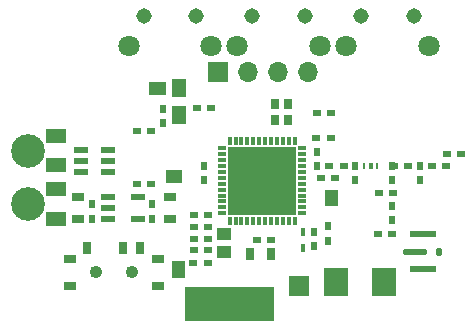
<source format=gbr>
%TF.GenerationSoftware,KiCad,Pcbnew,6.0.4-6f826c9f35~116~ubuntu18.04.1*%
%TF.CreationDate,2022-08-05T10:58:23+02:00*%
%TF.ProjectId,test,74657374-2e6b-4696-9361-645f70636258,rev?*%
%TF.SameCoordinates,Original*%
%TF.FileFunction,Soldermask,Top*%
%TF.FilePolarity,Negative*%
%FSLAX46Y46*%
G04 Gerber Fmt 4.6, Leading zero omitted, Abs format (unit mm)*
G04 Created by KiCad (PCBNEW 6.0.4-6f826c9f35~116~ubuntu18.04.1) date 2022-08-05 10:58:23*
%MOMM*%
%LPD*%
G01*
G04 APERTURE LIST*
G04 Aperture macros list*
%AMRoundRect*
0 Rectangle with rounded corners*
0 $1 Rounding radius*
0 $2 $3 $4 $5 $6 $7 $8 $9 X,Y pos of 4 corners*
0 Add a 4 corners polygon primitive as box body*
4,1,4,$2,$3,$4,$5,$6,$7,$8,$9,$2,$3,0*
0 Add four circle primitives for the rounded corners*
1,1,$1+$1,$2,$3*
1,1,$1+$1,$4,$5*
1,1,$1+$1,$6,$7*
1,1,$1+$1,$8,$9*
0 Add four rect primitives between the rounded corners*
20,1,$1+$1,$2,$3,$4,$5,0*
20,1,$1+$1,$4,$5,$6,$7,0*
20,1,$1+$1,$6,$7,$8,$9,0*
20,1,$1+$1,$8,$9,$2,$3,0*%
%AMFreePoly0*
4,1,17,0.267426,0.192426,0.342426,0.117426,0.360000,0.075000,0.360000,-0.075000,0.342426,-0.117426,0.267426,-0.192426,0.225000,-0.210000,-0.225000,-0.210000,-0.267426,-0.192426,-0.342426,-0.117426,-0.360000,-0.075000,-0.360000,0.075000,-0.342426,0.117426,-0.267426,0.192426,-0.225000,0.210000,0.225000,0.210000,0.267426,0.192426,0.267426,0.192426,$1*%
G04 Aperture macros list end*
%ADD10C,0.000000*%
%ADD11C,0.010000*%
%ADD12R,0.635000X0.508000*%
%ADD13FreePoly0,90.000000*%
%ADD14FreePoly0,180.000000*%
%ADD15RoundRect,0.080000X2.800000X2.800000X-2.800000X2.800000X-2.800000X-2.800000X2.800000X-2.800000X0*%
%ADD16R,1.700000X1.700000*%
%ADD17O,1.700000X1.700000*%
%ADD18R,0.800000X1.000000*%
%ADD19RoundRect,0.050000X-0.150000X0.325000X-0.150000X-0.325000X0.150000X-0.325000X0.150000X0.325000X0*%
%ADD20C,0.256000*%
%ADD21R,2.000000X2.400000*%
%ADD22R,1.270000X0.508000*%
%ADD23R,1.000000X0.800000*%
%ADD24R,1.270000X1.524000*%
%ADD25R,0.508000X0.635000*%
%ADD26C,1.800000*%
%ADD27C,1.308000*%
%ADD28R,1.250000X1.000000*%
%ADD29R,0.980000X0.780000*%
%ADD30C,1.080000*%
%ADD31R,0.680000X1.080000*%
%ADD32RoundRect,0.125000X-0.875000X0.125000X-0.875000X-0.125000X0.875000X-0.125000X0.875000X0.125000X0*%
%ADD33RoundRect,0.125000X-0.125000X0.175000X-0.125000X-0.175000X0.125000X-0.175000X0.125000X0.175000X0*%
%ADD34R,2.200000X0.500000*%
%ADD35R,1.700000X1.300000*%
%ADD36C,2.850000*%
%ADD37R,0.260000X0.530000*%
%ADD38R,0.380000X0.580000*%
%ADD39R,0.730000X0.830000*%
G04 APERTURE END LIST*
D10*
G36*
X126862000Y-85849999D02*
G01*
X125465000Y-85849999D01*
X125465000Y-84750001D01*
X126862000Y-84750001D01*
X126862000Y-85849999D01*
G37*
G36*
X141400000Y-95242499D02*
G01*
X140300002Y-95242499D01*
X140300002Y-93845499D01*
X141400000Y-93845499D01*
X141400000Y-95242499D01*
G37*
G36*
X128229500Y-93317499D02*
G01*
X126832500Y-93317499D01*
X126832500Y-92217501D01*
X128229500Y-92217501D01*
X128229500Y-93317499D01*
G37*
G36*
X128452155Y-101300000D02*
G01*
X127352157Y-101300000D01*
X127352157Y-99903000D01*
X128452155Y-99903000D01*
X128452155Y-101300000D01*
G37*
%TO.C,OXYMETER1*%
G36*
X135950000Y-104900000D02*
G01*
X128450000Y-104900000D01*
X128450000Y-102100000D01*
X135950000Y-102100000D01*
X135950000Y-104900000D01*
G37*
D11*
X135950000Y-104900000D02*
X128450000Y-104900000D01*
X128450000Y-102100000D01*
X135950000Y-102100000D01*
X135950000Y-104900000D01*
%TD*%
D12*
%TO.C,C20*%
X129202056Y-97000000D03*
X130400001Y-97000000D03*
%TD*%
D13*
%TO.C,U1*%
X132253686Y-96498398D03*
X132760797Y-96498398D03*
X133260798Y-96498398D03*
X133760797Y-96498398D03*
X134260799Y-96498398D03*
X134760798Y-96498398D03*
X135260797Y-96498398D03*
X135760798Y-96498398D03*
X136260797Y-96498398D03*
X136760799Y-96498398D03*
X137260798Y-96498398D03*
X137760797Y-96498398D03*
D14*
X138398799Y-95851597D03*
X138398799Y-95351598D03*
X138398799Y-94851599D03*
X138398799Y-94351598D03*
X138398799Y-93851599D03*
X138398799Y-93351597D03*
X138398799Y-92851598D03*
X138398799Y-92351599D03*
X138398799Y-91851598D03*
X138398799Y-91351599D03*
X138398799Y-90851597D03*
X138398799Y-90351598D03*
D13*
X137760797Y-89701597D03*
X137260798Y-89701597D03*
X136760799Y-89701597D03*
X136260797Y-89701597D03*
X135760798Y-89701597D03*
X135260797Y-89701597D03*
X134760798Y-89701597D03*
X134260799Y-89701597D03*
X133760797Y-89701597D03*
X133260798Y-89701597D03*
X132760797Y-89701597D03*
X132260798Y-89701597D03*
D14*
X131601198Y-90351598D03*
X131601198Y-90851597D03*
X131601198Y-91351599D03*
X131601198Y-91851598D03*
X131601198Y-92351599D03*
X131601198Y-92851598D03*
X131601198Y-93351597D03*
X131601198Y-93851599D03*
X131601198Y-94351598D03*
X131601198Y-94851599D03*
X131601198Y-95351598D03*
X131601198Y-95851597D03*
D15*
X135000000Y-93100000D03*
%TD*%
D16*
%TO.C,FIXATION_ECRAN1*%
X131300000Y-83900000D03*
D17*
X133840000Y-83900000D03*
X136380000Y-83900000D03*
X138920000Y-83900000D03*
%TD*%
D18*
%TO.C,L3*%
X133957398Y-99300000D03*
X135760798Y-99300000D03*
%TD*%
D19*
%TO.C,D4*%
X138500000Y-97425000D03*
X138500000Y-98775000D03*
%TD*%
D12*
%TO.C,C28*%
X146098972Y-94100000D03*
X144901027Y-94100000D03*
%TD*%
D20*
%TO.C,SB3*%
X127900000Y-100200001D03*
X127900000Y-101208000D03*
%TD*%
D12*
%TO.C,R2*%
X130435000Y-100100000D03*
X129165000Y-100100000D03*
%TD*%
D21*
%TO.C,BUZZER1*%
X145300000Y-101650000D03*
X141300000Y-101650000D03*
%TD*%
D22*
%TO.C,U2*%
X121969200Y-92362850D03*
X121969200Y-91412849D03*
X121969200Y-90462851D03*
X119669200Y-90462851D03*
X119669200Y-91412849D03*
X119669200Y-92362850D03*
%TD*%
D23*
%TO.C,C26*%
X127200000Y-96301700D03*
X127200000Y-94498300D03*
%TD*%
D12*
%TO.C,C18*%
X130400000Y-99000000D03*
X129202055Y-99000000D03*
%TD*%
%TO.C,C19*%
X140001028Y-92900000D03*
X141198973Y-92900000D03*
%TD*%
%TO.C,C7*%
X151848972Y-90798975D03*
X150651027Y-90798975D03*
%TD*%
D24*
%TO.C,L2*%
X127960797Y-85257000D03*
X127960797Y-87543000D03*
%TD*%
D25*
%TO.C,C8*%
X146000000Y-91850000D03*
X146000000Y-93047945D03*
%TD*%
D26*
%TO.C,BUTTON3*%
X130700000Y-81650000D03*
X123715000Y-81650000D03*
D27*
X129430000Y-79110000D03*
X124985000Y-79110000D03*
%TD*%
D28*
%TO.C,X2*%
X131800000Y-97650000D03*
X131800000Y-99150000D03*
%TD*%
D22*
%TO.C,U3*%
X121930000Y-94447500D03*
X121930000Y-95387300D03*
X121930000Y-96352500D03*
X124470000Y-96352500D03*
X124470000Y-94447500D03*
%TD*%
D25*
%TO.C,C6*%
X148400000Y-91850000D03*
X148400000Y-93047945D03*
%TD*%
D12*
%TO.C,C4*%
X146151028Y-91850000D03*
X147348973Y-91850000D03*
%TD*%
%TO.C,L6*%
X140701030Y-91850000D03*
X141898975Y-91850000D03*
%TD*%
D23*
%TO.C,C23*%
X119400000Y-94498300D03*
X119400000Y-96301700D03*
%TD*%
D26*
%TO.C,BUTTON2*%
X139900000Y-81650000D03*
X132915000Y-81650000D03*
D27*
X138630000Y-79110000D03*
X134185000Y-79110000D03*
%TD*%
D12*
%TO.C,C16*%
X125598972Y-88900000D03*
X124401027Y-88900000D03*
%TD*%
D26*
%TO.C,BUTTON1*%
X149100000Y-81650000D03*
X142115000Y-81650000D03*
D27*
X147830000Y-79110000D03*
X143385000Y-79110000D03*
%TD*%
D20*
%TO.C,SB1*%
X126599999Y-85300000D03*
X125592000Y-85300000D03*
%TD*%
D25*
%TO.C,R1*%
X140550000Y-98235000D03*
X140550000Y-96965000D03*
%TD*%
D12*
%TO.C,C22*%
X135760798Y-98100000D03*
X134562853Y-98100000D03*
%TD*%
%TO.C,C29*%
X146000000Y-97600000D03*
X144802055Y-97600000D03*
%TD*%
D25*
%TO.C,C30*%
X139650000Y-90652055D03*
X139650000Y-91850000D03*
%TD*%
D12*
%TO.C,L1*%
X149401030Y-91850000D03*
X150598975Y-91850000D03*
%TD*%
D29*
%TO.C,SW2*%
X118700000Y-99702600D03*
X118700000Y-102002601D03*
X126200000Y-102002601D03*
X126200000Y-99702600D03*
D30*
X123950000Y-100852601D03*
X120950001Y-100852601D03*
D31*
X120200000Y-98802600D03*
X123200001Y-98802600D03*
X124700001Y-98802600D03*
%TD*%
D25*
%TO.C,C25*%
X125700000Y-95101028D03*
X125700000Y-96298973D03*
%TD*%
%TO.C,L4*%
X146000000Y-95251030D03*
X146000000Y-96448975D03*
%TD*%
%TO.C,C9*%
X126600000Y-88198972D03*
X126600000Y-87001027D03*
%TD*%
D32*
%TO.C,CN5*%
X147914200Y-99100000D03*
D33*
X150022400Y-99100000D03*
D34*
X148600000Y-100575001D03*
X148600000Y-97624999D03*
%TD*%
D12*
%TO.C,C15*%
X130400000Y-96000000D03*
X129202055Y-96000000D03*
%TD*%
D25*
%TO.C,C3*%
X142900000Y-93047945D03*
X142900000Y-91850000D03*
%TD*%
D20*
%TO.C,SB5*%
X140850001Y-94100001D03*
X140850001Y-95108000D03*
%TD*%
D12*
%TO.C,C10*%
X129501028Y-86900000D03*
X130698973Y-86900000D03*
%TD*%
%TO.C,C27*%
X125598972Y-93400000D03*
X124401027Y-93400000D03*
%TD*%
D25*
%TO.C,C12*%
X139400000Y-97401028D03*
X139400000Y-98598973D03*
%TD*%
%TO.C,C21*%
X130100000Y-93049543D03*
X130100000Y-91851598D03*
%TD*%
D35*
%TO.C,USB1*%
X117550000Y-96300000D03*
X117550000Y-93800000D03*
X117550000Y-91800000D03*
X117550000Y-89300000D03*
D36*
X115200000Y-90550000D03*
X115200000Y-95050000D03*
%TD*%
D12*
%TO.C,C17*%
X130400000Y-98000000D03*
X129202055Y-98000000D03*
%TD*%
D20*
%TO.C,SB4*%
X127932499Y-92767500D03*
X126924500Y-92767500D03*
%TD*%
D16*
%TO.C,CONNECTEUR_NRST1*%
X138150000Y-102000000D03*
%TD*%
D37*
%TO.C,FLT1*%
X143640001Y-91850000D03*
D38*
X144200000Y-91849998D03*
D37*
X144759999Y-91850000D03*
%TD*%
D25*
%TO.C,C24*%
X120600000Y-95101028D03*
X120600000Y-96298973D03*
%TD*%
D12*
%TO.C,C1*%
X140798972Y-89500000D03*
X139601027Y-89500000D03*
%TD*%
%TO.C,C2*%
X139651028Y-87350000D03*
X140848973Y-87350000D03*
%TD*%
D39*
%TO.C,X1*%
X136129801Y-86583400D03*
X136129801Y-87933400D03*
X137179801Y-87933400D03*
X137179801Y-86583400D03*
%TD*%
M02*

</source>
